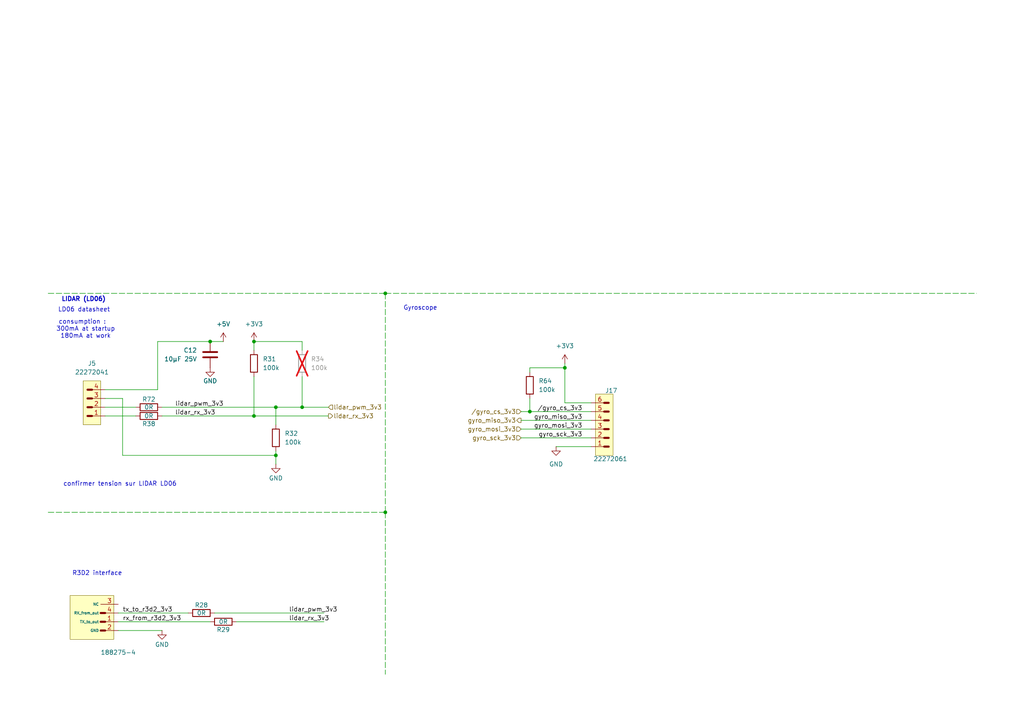
<source format=kicad_sch>
(kicad_sch (version 20231120) (generator "eeschema") (generator_version "8.0")
  (paper "A4")
  (lib_symbols
    (symbol "cocotter_capacitors:C_10µF_25V_0805_X5R" (pin_numbers hide) (pin_names (offset 0.254))
      (property "Reference" "C" (at 0.635 2.54 0))
      (property "Value" "10µF 25V" (at 0.635 -2.54 0))
      (symbol "C_10µF_25V_0805_X5R_0_1"
        (polyline (pts (xy -2.032 -0.762) (xy 2.032 -0.762)) (stroke (width 0.508)))
        (polyline (pts (xy -2.032 0.762) (xy 2.032 0.762)) (stroke (width 0.508)))
      )
      (symbol "C_10µF_25V_0805_X5R_1_1"
        (pin passive line (at 0 3.81 270) (length 2.794) (name "~") (number "1"))
        (pin passive line (at 0 -3.81 90) (length 2.794) (name "~") (number "2"))
      )
    )
    (symbol "cocotter_connectors:22272041"
      (property "Reference" "J" (at -5.842 8.636 0))
      (property "Value" "22272041" (at -5.588 -6.35 0))
      (symbol "22272041_1_0"
        (polyline (pts (xy -5.08 -2.54) (xy -3.81 -2.54)) (stroke (width 0.6096)))
        (polyline (pts (xy -5.08 0) (xy -3.81 0)) (stroke (width 0.6096)))
        (polyline (pts (xy -5.08 2.54) (xy -3.81 2.54)) (stroke (width 0.6096)))
        (polyline (pts (xy -5.08 5.08) (xy -3.81 5.08)) (stroke (width 0.6096)))
      )
      (symbol "22272041_1_1"
        (rectangle (start -6.35 7.62) (end -1.27 -5.08) (stroke (width 0) (color 149 135 39 1)) (fill (type background)))
        (pin unspecified line (at 0 -2.54 180) (length 5.08) (name "1") (number "1"))
        (pin unspecified line (at 0 0 180) (length 5.08) (name "2") (number "2"))
        (pin unspecified line (at 0 2.54 180) (length 5.08) (name "3") (number "3"))
        (pin unspecified line (at 0 5.08 180) (length 5.08) (name "4") (number "4"))
      )
    )
    (symbol "cocotter_connectors:22272061"
      (property "Reference" "J" (at -5.842 11.176 0))
      (property "Value" "22272061" (at -5.588 -8.636 0))
      (symbol "22272061_1_0"
        (polyline (pts (xy -5.08 -5.08) (xy -3.81 -5.08)) (stroke (width 0.6096)))
        (polyline (pts (xy -5.08 -2.54) (xy -3.81 -2.54)) (stroke (width 0.6096)))
        (polyline (pts (xy -5.08 0) (xy -3.81 0)) (stroke (width 0.6096)))
        (polyline (pts (xy -5.08 2.54) (xy -3.81 2.54)) (stroke (width 0.6096)))
        (polyline (pts (xy -5.08 5.08) (xy -3.81 5.08)) (stroke (width 0.6096)))
        (polyline (pts (xy -5.08 7.62) (xy -3.81 7.62)) (stroke (width 0.6096)))
      )
      (symbol "22272061_1_1"
        (rectangle (start -6.35 10.16) (end -1.27 -7.62) (stroke (width 0) (color 149 135 39 1)) (fill (type background)))
        (pin unspecified line (at 0 -5.08 180) (length 5.08) (name "1") (number "1"))
        (pin unspecified line (at 0 -2.54 180) (length 5.08) (name "2") (number "2"))
        (pin unspecified line (at 0 0 180) (length 5.08) (name "3") (number "3"))
        (pin unspecified line (at 0 2.54 180) (length 5.08) (name "4") (number "4"))
        (pin unspecified line (at 0 5.08 180) (length 5.08) (name "5") (number "5"))
        (pin unspecified line (at 0 7.62 180) (length 5.08) (name "6") (number "6"))
      )
    )
    (symbol "cocotter_connectors:unioc_uart"
      (property "Reference" "J" (at -2.032 -41.656 0))
      (property "Value" "188275-4" (at 0 -8.89 0))
      (symbol "unioc_uart_1_0"
        (polyline (pts (xy -5.08 -2.54) (xy -3.81 -2.54)) (stroke (width 0.6096)))
        (polyline (pts (xy -5.08 0) (xy -3.81 0)) (stroke (width 0.6096)))
        (polyline (pts (xy -5.08 2.54) (xy -3.81 2.54)) (stroke (width 0.6096)))
      )
      (symbol "unioc_uart_1_1"
        (rectangle (start -13.97 7.62) (end -1.27 -5.08) (stroke (width 0) (color 149 135 39 1)) (fill (type background)))
        (pin input line (at 0 0 180) (length 5.08) (name "TX_to_out") (number "1"))
        (pin passive line (at 0 -2.54 180) (length 5.08) (name "GND") (number "2"))
        (pin output line (at 0 5.08 180) (length 5.08) (name "NC") (number "3"))
        (pin output line (at 0 2.54 180) (length 5.08) (name "RX_from_out") (number "4"))
      )
    )
    (symbol "cocotter_resistors:R_0R_0603" (pin_numbers hide) (pin_names (offset 0))
      (property "Reference" "R" (at 1.27 1.27 0))
      (property "Value" "0R" (at 3.81 -1.27 0))
      (symbol "R_0R_0603_0_1"
        (rectangle (start -1.016 -2.54) (end 1.016 2.54) (stroke (width 0.254)))
      )
      (symbol "R_0R_0603_1_1"
        (pin passive line (at 0 3.81 270) (length 1.27) (name "~") (number "1"))
        (pin passive line (at 0 -3.81 90) (length 1.27) (name "~") (number "2"))
      )
    )
    (symbol "cocotter_resistors:R_100k_0603_1%" (pin_numbers hide) (pin_names (offset 0))
      (property "Reference" "R" (at 1.27 1.27 0))
      (property "Value" "100k" (at 3.81 -1.27 0))
      (symbol "R_100k_0603_1%_0_1"
        (rectangle (start -1.016 -2.54) (end 1.016 2.54) (stroke (width 0.254)))
      )
      (symbol "R_100k_0603_1%_1_1"
        (pin passive line (at 0 3.81 270) (length 1.27) (name "~") (number "1"))
        (pin passive line (at 0 -3.81 90) (length 1.27) (name "~") (number "2"))
      )
    )
    (symbol "pmi_2023_specific:+3V3_m" (power) (pin_numbers hide) (pin_names (offset 0) hide)
      (property "Value" "+3V3_m" (at 0 3.556 0))
      (symbol "+3V3_m_0_1"
        (polyline (pts (xy -0.762 1.27) (xy 0 2.54)))
        (polyline (pts (xy 0 0) (xy 0 2.54)))
        (polyline (pts (xy 0 2.54) (xy 0.762 1.27)))
      )
      (symbol "+3V3_m_1_1"
        (pin power_in line (at 0 0 90) (length 0) (name "~") (number "1"))
      )
    )
    (symbol "power:+5V" (power) (pin_numbers hide) (pin_names (offset 0) hide)
      (property "Value" "+5V" (at 0 3.556 0))
      (symbol "+5V_0_1"
        (polyline (pts (xy -0.762 1.27) (xy 0 2.54)))
        (polyline (pts (xy 0 0) (xy 0 2.54)))
        (polyline (pts (xy 0 2.54) (xy 0.762 1.27)))
      )
      (symbol "+5V_1_1"
        (pin power_in line (at 0 0 90) (length 0) (name "~") (number "1"))
      )
    )
    (symbol "power:GND" (power) (pin_numbers hide) (pin_names (offset 0) hide)
      (property "Value" "GND" (at 0 -3.81 0))
      (symbol "GND_0_1"
        (polyline (pts (xy 0 0) (xy 0 -1.27) (xy 1.27 -1.27) (xy 0 -2.54) (xy -1.27 -1.27) (xy 0 -1.27)))
      )
      (symbol "GND_1_1"
        (pin power_in line (at 0 0 270) (length 0) (name "~") (number "1"))
      )
    )
  )
  (junction (at 80.01 118.11))
  (junction (at 111.76 85.09))
  (junction (at 111.76 148.59))
  (junction (at 87.63 118.11))
  (junction (at 73.66 99.06))
  (junction (at 163.83 106.68))
  (junction (at 73.66 120.65))
  (junction (at 60.96 99.06))
  (junction (at 80.01 132.08))
  (junction (at 153.67 119.38))
  (wire (pts (xy 87.63 99.06) (xy 73.66 99.06)))
  (wire (pts (xy 30.48 120.65) (xy 39.37 120.65)))
  (wire (pts (xy 80.01 130.81) (xy 80.01 132.08)))
  (wire (pts (xy 46.99 120.65) (xy 73.66 120.65)))
  (wire (pts (xy 87.63 109.22) (xy 87.63 118.11)))
  (wire (pts (xy 161.29 129.54) (xy 171.45 129.54)))
  (wire (pts (xy 30.48 118.11) (xy 39.37 118.11)))
  (wire (pts (xy 13.97 85.09) (xy 111.76 85.09)) (stroke (width 0) (type dash)))
  (wire (pts (xy 68.58 180.34) (xy 93.98 180.34)) (stroke (width 0.1524)))
  (wire (pts (xy 60.96 99.06) (xy 45.72 99.06)))
  (wire (pts (xy 95.25 120.65) (xy 73.66 120.65)))
  (wire (pts (xy 35.56 132.08) (xy 80.01 132.08)))
  (wire (pts (xy 80.01 134.62) (xy 80.01 132.08)))
  (wire (pts (xy 30.48 113.03) (xy 45.72 113.03)))
  (wire (pts (xy 34.29 182.88) (xy 46.99 182.88)) (stroke (width 0.1524)))
  (wire (pts (xy 111.76 148.59) (xy 111.76 195.58)) (stroke (width 0) (type dash)))
  (wire (pts (xy 153.67 107.95) (xy 153.67 106.68)))
  (wire (pts (xy 73.66 99.06) (xy 73.66 101.6)))
  (wire (pts (xy 80.01 118.11) (xy 80.01 123.19)))
  (wire (pts (xy 153.67 119.38) (xy 171.45 119.38)))
  (wire (pts (xy 30.48 115.57) (xy 35.56 115.57)))
  (wire (pts (xy 62.23 177.8) (xy 93.98 177.8)) (stroke (width 0.1524)))
  (wire (pts (xy 153.67 106.68) (xy 163.83 106.68)))
  (wire (pts (xy 64.77 99.06) (xy 60.96 99.06)))
  (wire (pts (xy 111.76 85.09) (xy 111.76 148.59)) (stroke (width 0) (type dash)))
  (wire (pts (xy 34.29 180.34) (xy 60.96 180.34)) (stroke (width 0.1524)))
  (wire (pts (xy 153.67 115.57) (xy 153.67 119.38)))
  (wire (pts (xy 111.76 85.09) (xy 283.21 85.09)) (stroke (width 0) (type dash)))
  (wire (pts (xy 46.99 118.11) (xy 80.01 118.11)))
  (wire (pts (xy 13.97 148.59) (xy 111.76 148.59)) (stroke (width 0) (type dash)))
  (wire (pts (xy 35.56 115.57) (xy 35.56 132.08)))
  (wire (pts (xy 87.63 101.6) (xy 87.63 99.06)))
  (wire (pts (xy 151.13 119.38) (xy 153.67 119.38)))
  (wire (pts (xy 34.29 177.8) (xy 54.61 177.8)) (stroke (width 0.1524)))
  (wire (pts (xy 163.83 105.41) (xy 163.83 106.68)))
  (wire (pts (xy 163.83 116.84) (xy 171.45 116.84)))
  (wire (pts (xy 151.13 124.46) (xy 171.45 124.46)))
  (wire (pts (xy 45.72 99.06) (xy 45.72 113.03)))
  (wire (pts (xy 151.13 127) (xy 171.45 127)))
  (wire (pts (xy 87.63 118.11) (xy 80.01 118.11)))
  (wire (pts (xy 163.83 106.68) (xy 163.83 116.84)))
  (wire (pts (xy 73.66 109.22) (xy 73.66 120.65)))
  (wire (pts (xy 95.25 118.11) (xy 87.63 118.11)))
  (wire (pts (xy 151.13 121.92) (xy 171.45 121.92)))
  (text "R3D2 interface" (at 28.194 166.37 0) (effects (font (size 1.27 1.27))))
  (text "consumption :\n  300mA at startup\n  180mA at work" (at 23.876 95.504 0) (effects (font (size 1.27 1.27))))
  (text "LIDAR (LD06)" (at 17.78 87.63 0) (effects (font (size 1.27 1.27) (thickness 0.254) (bold yes)) (justify left bottom)))
  (text "Gyroscope" (at 121.92 89.408 0) (effects (font (size 1.27 1.27))))
  (text "LD06 datasheet" (at 24.384 89.916 0) (effects (font (size 1.27 1.27))))
  (text "confirmer tension sur LIDAR LD06" (at 34.798 140.462 0) (effects (font (size 1.27 1.27))))
  (label "lidar_pwm_3v3" (at 50.8 118.11 0))
  (label "lidar_rx_3v3" (at 83.82 180.34 0))
  (label "gyro_sck_3v3" (at 168.91 127 180))
  (label "gyro_mosi_3v3" (at 168.91 124.46 180))
  (label "rx_from_r3d2_3v3" (at 35.56 180.34 0))
  (label "lidar_pwm_3v3" (at 83.82 177.8 0))
  (label "{slash}gyro_cs_3v3" (at 168.91 119.38 180))
  (label "gyro_miso_3v3" (at 168.91 121.92 180))
  (label "lidar_rx_3v3" (at 50.8 120.65 0))
  (label "tx_to_r3d2_3v3" (at 35.56 177.8 0))
  (hierarchical_label "gyro_miso_3v3" (shape output) (at 151.13 121.92 180))
  (hierarchical_label "gyro_mosi_3v3" (shape input) (at 151.13 124.46 180))
  (hierarchical_label "lidar_pwm_3v3" (shape input) (at 95.25 118.11 0))
  (hierarchical_label "lidar_rx_3v3" (shape output) (at 95.25 120.65 0))
  (hierarchical_label "{slash}gyro_cs_3v3" (shape input) (at 151.13 119.38 180))
  (hierarchical_label "gyro_sck_3v3" (shape input) (at 151.13 127 180))
  (symbol (lib_id "cocotter_connectors:unioc_uart") (at 34.29 180.34 0) (unit 1)
    (property "Reference" "J4" (at 32.258 221.996 0))
    (property "Value" "188275-4" (at 34.29 189.23 0))
    (property "Footprint" "cocotter_connectors:188275-4" (effects (hide yes)))
    (property "Description" "micromatch 4 voies, cms , 188275-4" (effects (hide yes)))
    (property "JLCPCB Part #" "C720206" (effects (hide yes)))
  )
  (symbol (lib_id "cocotter_capacitors:C_10µF_25V_0805_X5R") (at 60.96 102.87 0) (mirror y) (unit 1)
    (property "Reference" "C12" (at 57.15 101.5999 0) (effects (justify left)))
    (property "Value" "10µF 25V" (at 57.15 104.1399 0) (effects (justify left)))
    (property "Footprint" "cocotter_capacitors:C_0805_2012Metric" (effects (hide yes)))
    (property "Description" "Unpolarized capacitor" (effects (hide yes)))
    (property "Specification" "10µF 25V X7R 0805 " (effects (hide yes)))
    (property "JLCPCB Part #" "C15850" (effects (hide yes)))
  )
  (symbol (lib_id "pmi_2023_specific:+3V3_m") (at 73.66 99.06 0) (mirror y) (unit 1)
    (property "Reference" "#PWR33" (effects (hide yes)))
    (property "Value" "+3V3" (at 73.66 93.98 0))
    (property "Description" "Power symbol creates a global label with name \"+3V3_m\"" (effects (hide yes)))
  )
  (symbol (lib_id "pmi_2023_specific:+3V3_m") (at 163.83 105.41 0) (unit 1) (on_board no)
    (property "Reference" "#PWR94" (effects (hide yes)))
    (property "Value" "+3V3" (at 163.83 100.33 0))
    (property "Description" "Power symbol creates a global label with name \"+3V3_m\"" (effects (hide yes)))
  )
  (symbol (lib_id "cocotter_resistors:R_0R_0603") (at 64.77 180.34 90) (unit 1)
    (property "Reference" "R29" (at 64.77 182.626 90))
    (property "Value" "0R" (at 64.77 180.34 90))
    (property "Footprint" "cocotter_resistor:r0603_reflow" (effects (hide yes)))
    (property "Description" "Resistor" (effects (hide yes)))
    (property "Specification" "0R 0603 20mOhms max 100mW" (effects (hide yes)))
    (property "JLCPCB Part #" "C431718" (effects (hide yes)))
  )
  (symbol (lib_id "power:GND") (at 161.29 129.54 0) (unit 1) (on_board no)
    (property "Reference" "#PWR93" (effects (hide yes)))
    (property "Value" "GND" (at 161.29 134.62 0))
    (property "Description" "Power symbol creates a global label with name \"GND\" , ground" (effects (hide yes)))
  )
  (symbol (lib_id "cocotter_resistors:R_100k_0603_1%") (at 73.66 105.41 0) (unit 1)
    (property "Reference" "R31" (at 76.2 104.1399 0) (effects (justify left)))
    (property "Value" "100k" (at 76.2 106.6799 0) (effects (justify left)))
    (property "Footprint" "cocotter_resistor:r0603_reflow" (effects (hide yes)))
    (property "Description" "Resistor" (effects (hide yes)))
    (property "Specification" "100k 0603 1% 100mW" (effects (hide yes)))
    (property "mouser" "603-RC0603FR-10100KL" (effects (hide yes)))
    (property "JLCPCB Part #" "C25803" (effects (hide yes)))
  )
  (symbol (lib_id "cocotter_resistors:R_100k_0603_1%") (at 87.63 105.41 0) (unit 1) (dnp yes)
    (property "Reference" "R34" (at 90.17 104.1399 0) (effects (justify left)))
    (property "Value" "100k" (at 90.17 106.6799 0) (effects (justify left)))
    (property "Footprint" "cocotter_resistor:r0603_reflow" (effects (hide yes)))
    (property "Description" "Resistor" (effects (hide yes)))
    (property "Specification" "100k 0603 1% 100mW" (effects (hide yes)))
    (property "mouser" "603-RC0603FR-10100KL" (effects (hide yes)))
    (property "JLCPCB Part #" "C25803" (effects (hide yes)))
  )
  (symbol (lib_id "power:+5V") (at 64.77 99.06 0) (mirror y) (unit 1)
    (property "Reference" "#PWR32" (effects (hide yes)))
    (property "Value" "+5V" (at 64.77 93.98 0))
    (property "Description" "Power symbol creates a global label with name \"+5V\"" (effects (hide yes)))
  )
  (symbol (lib_id "power:GND") (at 80.01 134.62 0) (mirror y) (unit 1)
    (property "Reference" "#PWR34" (effects (hide yes)))
    (property "Value" "GND" (at 80.01 138.684 0))
    (property "Description" "Power symbol creates a global label with name \"GND\" , ground" (effects (hide yes)))
  )
  (symbol (lib_id "power:GND") (at 46.99 182.88 0) (mirror y) (unit 1)
    (property "Reference" "#PWR95" (effects (hide yes)))
    (property "Value" "GND" (at 46.99 186.944 0))
    (property "Description" "Power symbol creates a global label with name \"GND\" , ground" (effects (hide yes)))
  )
  (symbol (lib_id "cocotter_resistors:R_0R_0603") (at 43.18 118.11 90) (unit 1)
    (property "Reference" "R72" (at 43.18 115.824 90))
    (property "Value" "0R" (at 43.18 118.11 90))
    (property "Footprint" "cocotter_resistor:r0603_reflow" (effects (hide yes)))
    (property "Description" "Resistor" (effects (hide yes)))
    (property "Specification" "0R 0603 20mOhms max 100mW" (effects (hide yes)))
    (property "JLCPCB Part #" "C431718" (effects (hide yes)))
  )
  (symbol (lib_id "cocotter_connectors:22272061") (at 171.45 124.46 0) (mirror y) (unit 1)
    (property "Reference" "J17" (at 177.292 113.284 0))
    (property "Value" "22272061" (at 177.038 133.096 0))
    (property "Footprint" "cocotter_connectors:22272061" (effects (hide yes)))
    (property "Datasheet" "https://www.molex.com/en-us/products/part-detail/22272061" (effects (hide yes)))
    (property "Description" "mini kk 6 voies vertical" (effects (hide yes)))
    (property "JLCPCB Part #" "C504992" (effects (hide yes)))
  )
  (symbol (lib_id "cocotter_connectors:22272041") (at 30.48 118.11 0) (unit 1)
    (property "Reference" "J5" (at 26.67 105.41 0))
    (property "Value" "22272041" (at 26.67 107.95 0))
    (property "Footprint" "cocotter_connectors:22272041" (effects (hide yes)))
    (property "Datasheet" "https://www.molex.com/en-us/products/part-detail/22272041" (effects (hide yes)))
    (property "Description" "mini kk 4 voies vertical" (effects (hide yes)))
    (property "JLCPCB Part #" "C504991" (effects (hide yes)))
  )
  (symbol (lib_id "power:GND") (at 60.96 106.68 0) (mirror y) (unit 1)
    (property "Reference" "#PWR31" (effects (hide yes)))
    (property "Value" "GND" (at 60.96 110.49 0))
    (property "Description" "Power symbol creates a global label with name \"GND\" , ground" (effects (hide yes)))
  )
  (symbol (lib_id "cocotter_resistors:R_100k_0603_1%") (at 80.01 127 0) (unit 1)
    (property "Reference" "R32" (at 82.55 125.7299 0) (effects (justify left)))
    (property "Value" "100k" (at 82.55 128.2699 0) (effects (justify left)))
    (property "Footprint" "cocotter_resistor:r0603_reflow" (effects (hide yes)))
    (property "Description" "Resistor" (effects (hide yes)))
    (property "Specification" "100k 0603 1% 100mW" (effects (hide yes)))
    (property "mouser" "603-RC0603FR-10100KL" (effects (hide yes)))
    (property "JLCPCB Part #" "C25803" (effects (hide yes)))
  )
  (symbol (lib_id "cocotter_resistors:R_0R_0603") (at 58.42 177.8 90) (unit 1)
    (property "Reference" "R28" (at 58.42 175.514 90))
    (property "Value" "0R" (at 58.42 177.8 90))
    (property "Footprint" "cocotter_resistor:r0603_reflow" (effects (hide yes)))
    (property "Description" "Resistor" (effects (hide yes)))
    (property "Specification" "0R 0603 20mOhms max 100mW" (effects (hide yes)))
    (property "JLCPCB Part #" "C431718" (effects (hide yes)))
  )
  (symbol (lib_id "cocotter_resistors:R_0R_0603") (at 43.18 120.65 90) (unit 1)
    (property "Reference" "R38" (at 43.18 122.936 90))
    (property "Value" "0R" (at 43.18 120.65 90))
    (property "Footprint" "cocotter_resistor:r0603_reflow" (effects (hide yes)))
    (property "Description" "Resistor" (effects (hide yes)))
    (property "Specification" "0R 0603 20mOhms max 100mW" (effects (hide yes)))
    (property "JLCPCB Part #" "C431718" (effects (hide yes)))
  )
  (symbol (lib_id "cocotter_resistors:R_100k_0603_1%") (at 153.67 111.76 0) (unit 1)
    (property "Reference" "R64" (at 156.21 110.4899 0) (effects (justify left)))
    (property "Value" "100k" (at 156.21 113.0299 0) (effects (justify left)))
    (property "Footprint" "cocotter_resistor:r0603_reflow" (effects (hide yes)))
    (property "Description" "Resistor" (effects (hide yes)))
    (property "Specification" "100k 0603 1% 100mW" (effects (hide yes)))
    (property "mouser" "603-RC0603FR-10100KL" (effects (hide yes)))
    (property "JLCPCB Part #" "C25803" (effects (hide yes)))
  )
)
</source>
